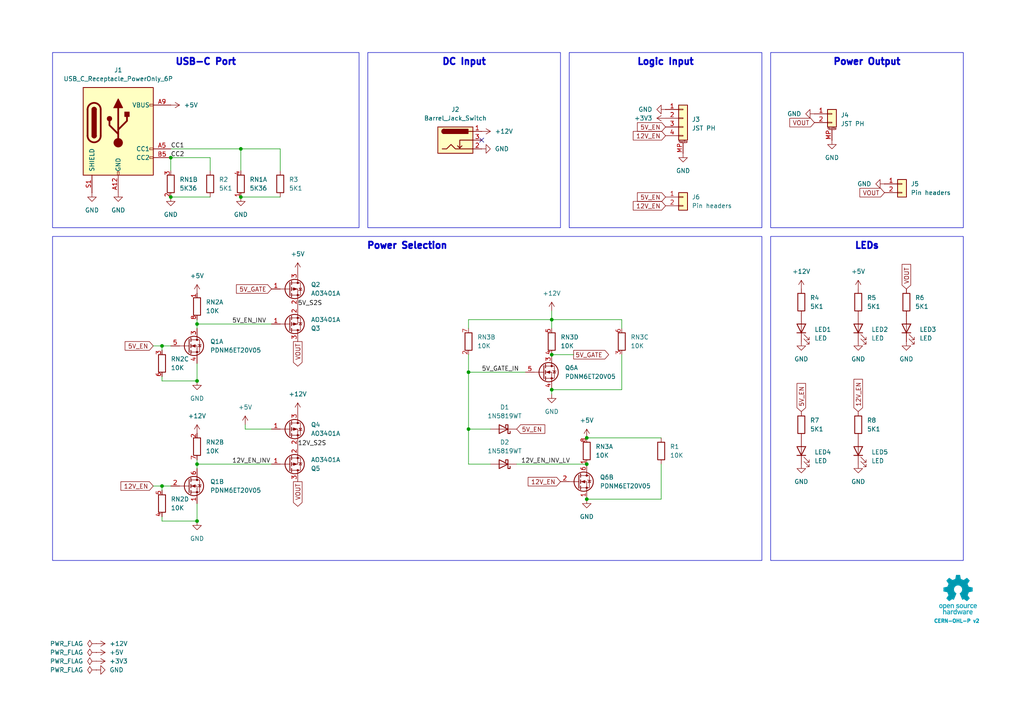
<source format=kicad_sch>
(kicad_sch (version 20231120) (generator "eeschema") (generator_version "8.0")
  (paper "A4")
  (lib_symbols
    (symbol "Connector:Barrel_Jack_Switch" (pin_names hide)
      (property "Reference" "J" (at 0 5.334 0))
      (property "Value" "Barrel_Jack_Switch" (at 0 -5.08 0))
      (symbol "Barrel_Jack_Switch_0_1"
        (rectangle (start -5.08 3.81) (end 5.08 -3.81) (stroke (width 0.254)) (fill (type background)))
        (arc (start -3.302 3.175) (mid -3.9343 2.54) (end -3.302 1.905) (stroke (width 0.254)))
        (arc (start -3.302 3.175) (mid -3.9343 2.54) (end -3.302 1.905) (stroke (width 0.254)) (fill (type outline)))
        (polyline (pts (xy 1.27 -2.286) (xy 1.905 -1.651)) (stroke (width 0.254)))
        (polyline (pts (xy 5.08 2.54) (xy 3.81 2.54)) (stroke (width 0.254)))
        (polyline (pts (xy 5.08 0) (xy 1.27 0) (xy 1.27 -2.286) (xy 0.635 -1.651)) (stroke (width 0.254)))
        (polyline (pts (xy -3.81 -2.54) (xy -2.54 -2.54) (xy -1.27 -1.27) (xy 0 -2.54) (xy 2.54 -2.54) (xy 5.08 -2.54)) (stroke (width 0.254)))
        (rectangle (start 3.683 3.175) (end -3.302 1.905) (stroke (width 0.254)) (fill (type outline)))
      )
      (symbol "Barrel_Jack_Switch_1_1"
        (pin passive line (at 7.62 2.54 180) (length 2.54) (name "~") (number "1"))
        (pin passive line (at 7.62 -2.54 180) (length 2.54) (name "~") (number "2"))
        (pin passive line (at 7.62 0 180) (length 2.54) (name "~") (number "3"))
      )
    )
    (symbol "Connector_Generic:Conn_01x02" (pin_names (offset 1.016) hide)
      (property "Reference" "J" (at 0 2.54 0))
      (property "Value" "Conn_01x02" (at 0 -5.08 0))
      (symbol "Conn_01x02_1_1"
        (rectangle (start -1.27 -2.413) (end 0 -2.667) (stroke (width 0.1524)))
        (rectangle (start -1.27 0.127) (end 0 -0.127) (stroke (width 0.1524)))
        (rectangle (start -1.27 1.27) (end 1.27 -3.81) (stroke (width 0.254)) (fill (type background)))
        (pin passive line (at -5.08 0 0) (length 3.81) (name "Pin_1") (number "1"))
        (pin passive line (at -5.08 -2.54 0) (length 3.81) (name "Pin_2") (number "2"))
      )
    )
    (symbol "Connector_Generic_MountingPin:Conn_01x02_MountingPin" (pin_names (offset 1.016) hide)
      (property "Reference" "J" (at 0 2.54 0))
      (property "Value" "Conn_01x02_MountingPin" (at 1.27 -5.08 0))
      (symbol "Conn_01x02_MountingPin_1_1"
        (rectangle (start -1.27 -2.413) (end 0 -2.667) (stroke (width 0.1524)))
        (rectangle (start -1.27 0.127) (end 0 -0.127) (stroke (width 0.1524)))
        (rectangle (start -1.27 1.27) (end 1.27 -3.81) (stroke (width 0.254)) (fill (type background)))
        (polyline (pts (xy -1.016 -4.572) (xy 1.016 -4.572)) (stroke (width 0.1524)))
        (text "Mounting" (at 0 -4.191 0) (effects (font (size 0.381 0.381))))
        (pin passive line (at -5.08 0 0) (length 3.81) (name "Pin_1") (number "1"))
        (pin passive line (at -5.08 -2.54 0) (length 3.81) (name "Pin_2") (number "2"))
        (pin passive line (at 0 -7.62 90) (length 3.048) (name "MountPin") (number "MP"))
      )
    )
    (symbol "Connector_Generic_MountingPin:Conn_01x04_MountingPin" (pin_names (offset 1.016) hide)
      (property "Reference" "J" (at 0 5.08 0))
      (property "Value" "Conn_01x04_MountingPin" (at 1.27 -7.62 0))
      (symbol "Conn_01x04_MountingPin_1_1"
        (rectangle (start -1.27 -4.953) (end 0 -5.207) (stroke (width 0.1524)))
        (rectangle (start -1.27 -2.413) (end 0 -2.667) (stroke (width 0.1524)))
        (rectangle (start -1.27 0.127) (end 0 -0.127) (stroke (width 0.1524)))
        (rectangle (start -1.27 2.667) (end 0 2.413) (stroke (width 0.1524)))
        (rectangle (start -1.27 3.81) (end 1.27 -6.35) (stroke (width 0.254)) (fill (type background)))
        (polyline (pts (xy -1.016 -7.112) (xy 1.016 -7.112)) (stroke (width 0.1524)))
        (text "Mounting" (at 0 -6.731 0) (effects (font (size 0.381 0.381))))
        (pin passive line (at -5.08 2.54 0) (length 3.81) (name "Pin_1") (number "1"))
        (pin passive line (at -5.08 0 0) (length 3.81) (name "Pin_2") (number "2"))
        (pin passive line (at -5.08 -2.54 0) (length 3.81) (name "Pin_3") (number "3"))
        (pin passive line (at -5.08 -5.08 0) (length 3.81) (name "Pin_4") (number "4"))
        (pin passive line (at 0 -10.16 90) (length 3.048) (name "MountPin") (number "MP"))
      )
    )
    (symbol "Device:LED" (pin_numbers hide) (pin_names (offset 1.016) hide)
      (property "Reference" "D" (at 0 2.54 0))
      (property "Value" "LED" (at 0 -2.54 0))
      (symbol "LED_0_1"
        (polyline (pts (xy -1.27 -1.27) (xy -1.27 1.27)) (stroke (width 0.254)))
        (polyline (pts (xy -1.27 0) (xy 1.27 0)))
        (polyline (pts (xy 1.27 -1.27) (xy 1.27 1.27) (xy -1.27 0) (xy 1.27 -1.27)) (stroke (width 0.254)))
        (polyline (pts (xy -3.048 -0.762) (xy -4.572 -2.286) (xy -3.81 -2.286) (xy -4.572 -2.286) (xy -4.572 -1.524)))
        (polyline (pts (xy -1.778 -0.762) (xy -3.302 -2.286) (xy -2.54 -2.286) (xy -3.302 -2.286) (xy -3.302 -1.524)))
      )
      (symbol "LED_1_1"
        (pin passive line (at -3.81 0 0) (length 2.54) (name "K") (number "1"))
        (pin passive line (at 3.81 0 180) (length 2.54) (name "A") (number "2"))
      )
    )
    (symbol "Device:R" (pin_numbers hide) (pin_names (offset 0))
      (property "Reference" "R" (at 2.032 0 90))
      (property "Value" "R" (at 0 0 90))
      (symbol "R_0_1"
        (rectangle (start -1.016 -2.54) (end 1.016 2.54) (stroke (width 0.254)))
      )
      (symbol "R_1_1"
        (pin passive line (at 0 3.81 270) (length 1.27) (name "~") (number "1"))
        (pin passive line (at 0 -3.81 90) (length 1.27) (name "~") (number "2"))
      )
    )
    (symbol "Device:R_Pack02_Split" (pin_names (offset 0) hide)
      (property "Reference" "RN" (at 2.032 0 90))
      (property "Value" "R_Pack02_Split" (at 0 0 90))
      (symbol "R_Pack02_Split_0_1"
        (rectangle (start 1.016 2.54) (end -1.016 -2.54) (stroke (width 0.254)))
      )
      (symbol "R_Pack02_Split_1_1"
        (pin passive line (at 0 -3.81 90) (length 1.27) (name "R1.1") (number "1"))
        (pin passive line (at 0 3.81 270) (length 1.27) (name "R1.2") (number "4"))
      )
      (symbol "R_Pack02_Split_2_1"
        (pin passive line (at 0 -3.81 90) (length 1.27) (name "R2.1") (number "2"))
        (pin passive line (at 0 3.81 270) (length 1.27) (name "R2.2") (number "3"))
      )
    )
    (symbol "Device:R_Pack04_Split" (pin_names (offset 0) hide)
      (property "Reference" "RN" (at 2.032 0 90))
      (property "Value" "R_Pack04_Split" (at 0 0 90))
      (symbol "R_Pack04_Split_0_1"
        (rectangle (start 1.016 2.54) (end -1.016 -2.54) (stroke (width 0.254)))
      )
      (symbol "R_Pack04_Split_1_1"
        (pin passive line (at 0 -3.81 90) (length 1.27) (name "R1.1") (number "1"))
        (pin passive line (at 0 3.81 270) (length 1.27) (name "R1.2") (number "8"))
      )
      (symbol "R_Pack04_Split_2_1"
        (pin passive line (at 0 -3.81 90) (length 1.27) (name "R2.1") (number "2"))
        (pin passive line (at 0 3.81 270) (length 1.27) (name "R2.2") (number "7"))
      )
      (symbol "R_Pack04_Split_3_1"
        (pin passive line (at 0 -3.81 90) (length 1.27) (name "R3.1") (number "3"))
        (pin passive line (at 0 3.81 270) (length 1.27) (name "R3.2") (number "6"))
      )
      (symbol "R_Pack04_Split_4_1"
        (pin passive line (at 0 -3.81 90) (length 1.27) (name "R4.1") (number "4"))
        (pin passive line (at 0 3.81 270) (length 1.27) (name "R4.2") (number "5"))
      )
    )
    (symbol "Transistor_FET:AO3401A" (pin_names hide)
      (property "Reference" "Q" (at 5.08 1.905 0))
      (property "Value" "AO3401A" (at 5.08 0 0))
      (symbol "AO3401A_0_1"
        (polyline (pts (xy 0.254 0) (xy -2.54 0)))
        (polyline (pts (xy 0.254 1.905) (xy 0.254 -1.905)) (stroke (width 0.254)))
        (polyline (pts (xy 0.762 -1.27) (xy 0.762 -2.286)) (stroke (width 0.254)))
        (polyline (pts (xy 0.762 0.508) (xy 0.762 -0.508)) (stroke (width 0.254)))
        (polyline (pts (xy 0.762 2.286) (xy 0.762 1.27)) (stroke (width 0.254)))
        (polyline (pts (xy 2.54 2.54) (xy 2.54 1.778)))
        (polyline (pts (xy 2.54 -2.54) (xy 2.54 0) (xy 0.762 0)))
        (polyline (pts (xy 0.762 1.778) (xy 3.302 1.778) (xy 3.302 -1.778) (xy 0.762 -1.778)))
        (polyline (pts (xy 2.286 0) (xy 1.27 0.381) (xy 1.27 -0.381) (xy 2.286 0)) (fill (type outline)))
        (polyline (pts (xy 2.794 -0.508) (xy 2.921 -0.381) (xy 3.683 -0.381) (xy 3.81 -0.254)))
        (polyline (pts (xy 3.302 -0.381) (xy 2.921 0.254) (xy 3.683 0.254) (xy 3.302 -0.381)))
        (circle (center 1.651 0) (radius 2.794) (stroke (width 0.254)))
        (circle (center 2.54 -1.778) (radius 0.254) (fill (type outline)))
        (circle (center 2.54 1.778) (radius 0.254) (fill (type outline)))
      )
      (symbol "AO3401A_1_1"
        (pin input line (at -5.08 0 0) (length 2.54) (name "G") (number "1"))
        (pin passive line (at 2.54 -5.08 90) (length 2.54) (name "S") (number "2"))
        (pin passive line (at 2.54 5.08 270) (length 2.54) (name "D") (number "3"))
      )
    )
    (symbol "connector:USB_C_Receptacle_PowerOnly_6P_DEALON_009" (pin_names (offset 1.016))
      (property "Reference" "J" (at 0 16.51 0))
      (property "Value" "USB_C_Receptacle_PowerOnly_6P" (at 0 13.97 0))
      (symbol "USB_C_Receptacle_PowerOnly_6P_DEALON_009_0_0"
        (rectangle (start -0.254 -12.7) (end 0.254 -11.684))
        (rectangle (start 10.16 -7.366) (end 9.144 -7.874))
        (rectangle (start 10.16 -4.826) (end 9.144 -5.334))
        (rectangle (start 10.16 7.874) (end 9.144 7.366))
      )
      (symbol "USB_C_Receptacle_PowerOnly_6P_DEALON_009_0_1"
        (rectangle (start -10.16 12.7) (end 10.16 -12.7) (stroke (width 0.254)) (fill (type background)))
        (arc (start -8.89 -1.27) (mid -6.985 -3.1667) (end -5.08 -1.27) (stroke (width 0.508)))
        (arc (start -7.62 -1.27) (mid -6.985 -1.9023) (end -6.35 -1.27) (stroke (width 0.254)))
        (arc (start -7.62 -1.27) (mid -6.985 -1.9023) (end -6.35 -1.27) (stroke (width 0.254)) (fill (type outline)))
        (rectangle (start -7.62 -1.27) (end -6.35 6.35) (stroke (width 0.254)) (fill (type outline)))
        (arc (start -6.35 6.35) (mid -6.985 6.9823) (end -7.62 6.35) (stroke (width 0.254)))
        (arc (start -6.35 6.35) (mid -6.985 6.9823) (end -7.62 6.35) (stroke (width 0.254)) (fill (type outline)))
        (arc (start -5.08 6.35) (mid -6.985 8.2467) (end -8.89 6.35) (stroke (width 0.508)))
        (circle (center -2.54 3.683) (radius 0.635) (stroke (width 0.254)) (fill (type outline)))
        (circle (center 0 -3.302) (radius 1.27) (fill (type outline)))
        (polyline (pts (xy -8.89 -1.27) (xy -8.89 6.35)) (stroke (width 0.508)))
        (polyline (pts (xy -5.08 6.35) (xy -5.08 -1.27)) (stroke (width 0.508)))
        (polyline (pts (xy 0 -3.302) (xy 0 6.858)) (stroke (width 0.508)))
        (polyline (pts (xy 0 -0.762) (xy -2.54 1.778) (xy -2.54 3.048)) (stroke (width 0.508)))
        (polyline (pts (xy 0 0.508) (xy 2.54 3.048) (xy 2.54 4.318)) (stroke (width 0.508)))
        (polyline (pts (xy -1.27 6.858) (xy 0 9.398) (xy 1.27 6.858) (xy -1.27 6.858)) (stroke (width 0.254)) (fill (type outline)))
        (rectangle (start 1.905 4.318) (end 3.175 5.588) (stroke (width 0.254)) (fill (type outline)))
      )
      (symbol "USB_C_Receptacle_PowerOnly_6P_DEALON_009_1_1"
        (pin passive line (at 0 -17.78 90) (length 5.08) (name "GND") (number "A12"))
        (pin bidirectional line (at 15.24 -5.08 180) (length 5.08) (name "CC1") (number "A5"))
        (pin passive line (at 15.24 7.62 180) (length 5.08) (name "VBUS") (number "A9"))
        (pin passive line (at 0 -17.78 90) (length 5.08) hide (name "GND") (number "B12"))
        (pin bidirectional line (at 15.24 -7.62 180) (length 5.08) (name "CC2") (number "B5"))
        (pin passive line (at 15.24 7.62 180) (length 5.08) hide (name "VBUS") (number "B9"))
        (pin passive line (at -7.62 -17.78 90) (length 5.08) (name "SHIELD") (number "S1"))
      )
    )
    (symbol "discrete:1N5819WT" (pin_numbers hide) (pin_names (offset 1.016) hide)
      (property "Reference" "D" (at 0 2.54 0))
      (property "Value" "1N5819WT" (at 0 -2.54 0))
      (symbol "1N5819WT_0_1"
        (polyline (pts (xy 1.27 0) (xy -1.27 0)))
        (polyline (pts (xy 1.27 1.27) (xy 1.27 -1.27) (xy -1.27 0) (xy 1.27 1.27)) (stroke (width 0.254)))
        (polyline (pts (xy -1.905 0.635) (xy -1.905 1.27) (xy -1.27 1.27) (xy -1.27 -1.27) (xy -0.635 -1.27) (xy -0.635 -0.635)) (stroke (width 0.254)))
      )
      (symbol "1N5819WT_1_1"
        (pin passive line (at -3.81 0 0) (length 2.54) (name "K") (number "1"))
        (pin passive line (at 3.81 0 180) (length 2.54) (name "A") (number "2"))
      )
    )
    (symbol "discrete:PDNM6ET20V05" (pin_names hide)
      (property "Reference" "Q" (at 5.08 1.905 0))
      (property "Value" "PDNM6ET20V05" (at 5.08 0 0))
      (symbol "PDNM6ET20V05_0_1"
        (polyline (pts (xy 0.254 0) (xy -2.54 0)))
        (polyline (pts (xy 0.254 1.905) (xy 0.254 -1.905)) (stroke (width 0.254)))
        (polyline (pts (xy 0.762 -1.27) (xy 0.762 -2.286)) (stroke (width 0.254)))
        (polyline (pts (xy 0.762 0.508) (xy 0.762 -0.508)) (stroke (width 0.254)))
        (polyline (pts (xy 0.762 2.286) (xy 0.762 1.27)) (stroke (width 0.254)))
        (polyline (pts (xy 2.54 2.54) (xy 2.54 1.778)))
        (polyline (pts (xy 2.54 -2.54) (xy 2.54 0) (xy 0.762 0)))
        (polyline (pts (xy 0.762 -1.778) (xy 3.302 -1.778) (xy 3.302 1.778) (xy 0.762 1.778)))
        (polyline (pts (xy 1.016 0) (xy 2.032 0.381) (xy 2.032 -0.381) (xy 1.016 0)) (fill (type outline)))
        (polyline (pts (xy 2.794 0.508) (xy 2.921 0.381) (xy 3.683 0.381) (xy 3.81 0.254)))
        (polyline (pts (xy 3.302 0.381) (xy 2.921 -0.254) (xy 3.683 -0.254) (xy 3.302 0.381)))
        (circle (center 1.651 0) (radius 2.794) (stroke (width 0.254)))
        (circle (center 2.54 -1.778) (radius 0.254) (fill (type outline)))
        (circle (center 2.54 1.778) (radius 0.254) (fill (type outline)))
      )
      (symbol "PDNM6ET20V05_1_1"
        (pin passive line (at 2.54 5.08 270) (length 2.54) (name "D") (number "3"))
        (pin passive line (at 2.54 -5.08 90) (length 2.54) (name "S") (number "4"))
        (pin input line (at -5.08 0 0) (length 2.54) (name "G") (number "5"))
      )
      (symbol "PDNM6ET20V05_2_1"
        (pin passive line (at 2.54 -5.08 90) (length 2.54) (name "S") (number "1"))
        (pin input line (at -5.08 0 0) (length 2.54) (name "G") (number "2"))
        (pin passive line (at 2.54 5.08 270) (length 2.54) (name "D") (number "6"))
      )
    )
    (symbol "power:GND" (power) (pin_numbers hide) (pin_names (offset 0) hide)
      (property "Value" "GND" (at 0 -3.81 0))
      (symbol "GND_0_1"
        (polyline (pts (xy 0 0) (xy 0 -1.27) (xy 1.27 -1.27) (xy 0 -2.54) (xy -1.27 -1.27) (xy 0 -1.27)))
      )
      (symbol "GND_1_1"
        (pin power_in line (at 0 0 270) (length 0) (name "~") (number "1"))
      )
    )
    (symbol "power:PWR_FLAG" (power) (pin_numbers hide) (pin_names (offset 0) hide)
      (property "Value" "PWR_FLAG" (at 0 3.81 0))
      (symbol "PWR_FLAG_0_0"
        (pin power_out line (at 0 0 90) (length 0) (name "~") (number "1"))
      )
      (symbol "PWR_FLAG_0_1"
        (polyline (pts (xy 0 0) (xy 0 1.27) (xy -1.016 1.905) (xy 0 2.54) (xy 1.016 1.905) (xy 0 1.27)))
      )
    )
    (symbol "power:VCC" (power) (pin_numbers hide) (pin_names (offset 0) hide)
      (property "Value" "VCC" (at 0 3.556 0))
      (symbol "VCC_0_1"
        (polyline (pts (xy -0.762 1.27) (xy 0 2.54)))
        (polyline (pts (xy 0 0) (xy 0 2.54)))
        (polyline (pts (xy 0 2.54) (xy 0.762 1.27)))
      )
      (symbol "VCC_1_1"
        (pin power_in line (at 0 0 90) (length 0) (name "~") (number "1"))
      )
    )
  )
  (junction (at 57.15 110.49))
  (junction (at 135.89 107.95))
  (junction (at 160.02 92.71))
  (junction (at 49.53 57.15))
  (junction (at 170.18 144.78))
  (junction (at 57.15 93.98))
  (junction (at 46.99 140.97))
  (junction (at 170.18 134.62))
  (junction (at 135.89 124.46))
  (junction (at 57.15 151.13))
  (junction (at 160.02 102.87))
  (junction (at 170.18 127))
  (junction (at 57.15 134.62))
  (junction (at 69.85 43.18))
  (junction (at 49.53 45.72))
  (junction (at 69.85 57.15))
  (junction (at 46.99 100.33))
  (junction (at 160.02 113.03))
  (no_connect (at 139.7 40.64))
  (wire (pts (xy 160.02 92.71) (xy 160.02 90.17)))
  (wire (pts (xy 71.12 124.46) (xy 78.74 124.46)))
  (wire (pts (xy 49.53 43.18) (xy 69.85 43.18)))
  (wire (pts (xy 46.99 149.86) (xy 46.99 151.13)))
  (wire (pts (xy 180.34 113.03) (xy 160.02 113.03)))
  (wire (pts (xy 160.02 92.71) (xy 180.34 92.71)))
  (wire (pts (xy 81.28 49.53) (xy 81.28 43.18)))
  (wire (pts (xy 46.99 109.22) (xy 46.99 110.49)))
  (wire (pts (xy 57.15 105.41) (xy 57.15 110.49)))
  (wire (pts (xy 71.12 123.19) (xy 71.12 124.46)))
  (wire (pts (xy 49.53 45.72) (xy 49.53 49.53)))
  (wire (pts (xy 160.02 113.03) (xy 160.02 114.3)))
  (wire (pts (xy 57.15 93.98) (xy 57.15 95.25)))
  (wire (pts (xy 57.15 92.71) (xy 57.15 93.98)))
  (wire (pts (xy 57.15 134.62) (xy 57.15 135.89)))
  (wire (pts (xy 46.99 151.13) (xy 57.15 151.13)))
  (wire (pts (xy 170.18 127) (xy 191.77 127)))
  (wire (pts (xy 191.77 144.78) (xy 170.18 144.78)))
  (wire (pts (xy 69.85 43.18) (xy 81.28 43.18)))
  (wire (pts (xy 69.85 43.18) (xy 69.85 49.53)))
  (wire (pts (xy 57.15 93.98) (xy 78.74 93.98)))
  (wire (pts (xy 57.15 146.05) (xy 57.15 151.13)))
  (wire (pts (xy 57.15 134.62) (xy 78.74 134.62)))
  (wire (pts (xy 160.02 102.87) (xy 166.37 102.87)))
  (wire (pts (xy 69.85 57.15) (xy 81.28 57.15)))
  (wire (pts (xy 60.96 45.72) (xy 49.53 45.72)))
  (wire (pts (xy 60.96 49.53) (xy 60.96 45.72)))
  (wire (pts (xy 46.99 142.24) (xy 46.99 140.97)))
  (wire (pts (xy 46.99 101.6) (xy 46.99 100.33)))
  (wire (pts (xy 46.99 140.97) (xy 49.53 140.97)))
  (wire (pts (xy 135.89 95.25) (xy 135.89 92.71)))
  (wire (pts (xy 135.89 124.46) (xy 135.89 134.62)))
  (wire (pts (xy 180.34 95.25) (xy 180.34 92.71)))
  (wire (pts (xy 180.34 102.87) (xy 180.34 113.03)))
  (wire (pts (xy 46.99 110.49) (xy 57.15 110.49)))
  (wire (pts (xy 46.99 100.33) (xy 49.53 100.33)))
  (wire (pts (xy 135.89 107.95) (xy 135.89 124.46)))
  (wire (pts (xy 149.86 134.62) (xy 170.18 134.62)))
  (wire (pts (xy 49.53 57.15) (xy 60.96 57.15)))
  (wire (pts (xy 135.89 102.87) (xy 135.89 107.95)))
  (wire (pts (xy 135.89 92.71) (xy 160.02 92.71)))
  (wire (pts (xy 135.89 124.46) (xy 142.24 124.46)))
  (wire (pts (xy 135.89 134.62) (xy 142.24 134.62)))
  (wire (pts (xy 191.77 134.62) (xy 191.77 144.78)))
  (wire (pts (xy 160.02 95.25) (xy 160.02 92.71)))
  (wire (pts (xy 44.45 100.33) (xy 46.99 100.33)))
  (wire (pts (xy 57.15 133.35) (xy 57.15 134.62)))
  (wire (pts (xy 44.45 140.97) (xy 46.99 140.97)))
  (wire (pts (xy 152.4 107.95) (xy 135.89 107.95)))
  (image (at 277.876 172.466) (scale 0.1691))
  (text_box "Logic Input" (at 165.1 15.24 0) (size 55.88 50.8) (effects (font (size 1.905 1.905) (thickness 0.508) (bold yes)) (justify top)))
  (text_box "DC Input" (at 106.68 15.24 0) (size 55.88 50.8) (effects (font (size 1.905 1.905) (thickness 0.508) (bold yes)) (justify top)))
  (text_box "Power Output" (at 223.52 15.24 0) (size 55.88 50.8) (effects (font (size 1.905 1.905) (thickness 0.508) (bold yes)) (justify top)))
  (text_box "USB-C Port" (at 15.24 15.24 0) (size 88.9 50.8) (effects (font (size 1.905 1.905) (thickness 0.508) (bold yes)) (justify top)))
  (text_box "Power Selection" (at 15.24 68.58 0) (size 205.74 93.98) (effects (font (size 1.905 1.905) (thickness 0.508) (bold yes)) (justify top)))
  (text_box "LEDs" (at 223.52 68.58 0) (size 55.88 93.98) (effects (font (size 1.905 1.905) (thickness 0.508) (bold yes)) (justify top)))
  (text "CERN-OHL-P v2" (at 277.495 180.34 0) (effects (font (size 1.016 1.016) (thickness 0.4) (bold yes))))
  (label "CC1" (at 49.53 43.18 0))
  (label "5V_S2S" (at 86.36 88.9 0))
  (label "12V_EN_INV" (at 67.31 134.62 0))
  (label "CC2" (at 49.53 45.72 0))
  (label "5V_GATE_IN" (at 139.7 107.95 0))
  (label "12V_EN_INV_LV" (at 151.13 134.62 0))
  (label "5V_EN_INV" (at 67.31 93.98 0))
  (label "12V_S2S" (at 86.36 129.54 0))
  (global_label "5V_EN" (shape input) (at 149.86 124.46 0) (property "Intersheetrefs" "${INTERSHEET_REFS}" (effects (hide yes))))
  (global_label "5V_EN" (shape input) (at 193.04 57.15 180) (property "Intersheetrefs" "${INTERSHEET_REFS}" (effects (hide yes))))
  (global_label "5V_EN" (shape input) (at 232.41 119.38 90) (property "Intersheetrefs" "${INTERSHEET_REFS}" (effects (hide yes))))
  (global_label "VOUT" (shape input) (at 262.89 83.82 90) (property "Intersheetrefs" "${INTERSHEET_REFS}" (effects (hide yes))))
  (global_label "12V_EN" (shape input) (at 44.45 140.97 180) (property "Intersheetrefs" "${INTERSHEET_REFS}" (effects (hide yes))))
  (global_label "12V_EN" (shape input) (at 248.92 119.38 90) (property "Intersheetrefs" "${INTERSHEET_REFS}" (effects (hide yes))))
  (global_label "5V_EN" (shape input) (at 193.04 36.83 180) (property "Intersheetrefs" "${INTERSHEET_REFS}" (effects (hide yes))))
  (global_label "VOUT" (shape input) (at 236.22 35.56 180) (property "Intersheetrefs" "${INTERSHEET_REFS}" (effects (hide yes))))
  (global_label "5V_GATE" (shape input) (at 78.74 83.82 180) (property "Intersheetrefs" "${INTERSHEET_REFS}" (effects (hide yes))))
  (global_label "12V_EN" (shape input) (at 162.56 139.7 180) (property "Intersheetrefs" "${INTERSHEET_REFS}" (effects (hide yes))))
  (global_label "5V_EN" (shape input) (at 44.45 100.33 180) (property "Intersheetrefs" "${INTERSHEET_REFS}" (effects (hide yes))))
  (global_label "VOUT" (shape output) (at 86.36 99.06 270) (property "Intersheetrefs" "${INTERSHEET_REFS}" (effects (hide yes))))
  (global_label "5V_GATE" (shape output) (at 166.37 102.87 0) (property "Intersheetrefs" "${INTERSHEET_REFS}" (effects (hide yes))))
  (global_label "VOUT" (shape output) (at 86.36 139.7 270) (property "Intersheetrefs" "${INTERSHEET_REFS}" (effects (hide yes))))
  (global_label "12V_EN" (shape input) (at 193.04 59.69 180) (property "Intersheetrefs" "${INTERSHEET_REFS}" (effects (hide yes))))
  (global_label "VOUT" (shape input) (at 256.54 55.88 180) (property "Intersheetrefs" "${INTERSHEET_REFS}" (effects (hide yes))))
  (global_label "12V_EN" (shape input) (at 193.04 39.37 180) (property "Intersheetrefs" "${INTERSHEET_REFS}" (effects (hide yes))))
  (symbol (lib_id "power:GND") (at 256.54 53.34 270) (unit 1)
    (property "Reference" "#PWR021" (effects (hide yes)))
    (property "Value" "GND" (at 252.73 53.3399 90) (effects (justify right)))
    (property "Description" "Power symbol creates a global label with name \"GND\" , ground" (effects (hide yes)))
  )
  (symbol (lib_id "Device:R") (at 232.41 123.19 0) (unit 1)
    (property "Reference" "R7" (at 234.95 121.9199 0) (effects (justify left)))
    (property "Value" "5K1" (at 234.95 124.4599 0) (effects (justify left)))
    (property "Footprint" "Resistor_SMD:R_0402_1005Metric" (effects (hide yes)))
    (property "Description" "Resistor" (effects (hide yes)))
  )
  (symbol (lib_id "power:GND") (at 248.92 99.06 0) (unit 1)
    (property "Reference" "#PWR032" (effects (hide yes)))
    (property "Value" "GND" (at 248.92 104.14 0))
    (property "Description" "Power symbol creates a global label with name \"GND\" , ground" (effects (hide yes)))
  )
  (symbol (lib_id "power:VCC") (at 71.12 123.19 0) (unit 1)
    (property "Reference" "#PWR012" (effects (hide yes)))
    (property "Value" "+5V" (at 71.12 118.11 0))
    (property "Description" "Power symbol creates a global label with name \"VCC\"" (effects (hide yes)))
  )
  (symbol (lib_id "discrete:PDNM6ET20V05") (at 54.61 100.33 0) (unit 1)
    (property "Reference" "Q1" (at 60.96 99.0599 0) (effects (justify left)))
    (property "Value" "PDNM6ET20V05" (at 60.96 101.5999 0) (effects (justify left)))
    (property "Footprint" "Package_TO_SOT_SMD:SOT-563" (effects (hide yes)))
    (property "Datasheet" "https://www.lcsc.com/datasheet/lcsc_datasheet_2410121242_Shanghai-Prisemi-Elec-PDNM6ET20V05_C918811.pdf" (effects (hide yes)))
    (property "Description" "500mA Id, 20V Vds, Dual N-Channel MOSFET, SOT-563" (effects (hide yes)))
    (property "LCSC Part" "C918811" (effects (hide yes)))
  )
  (symbol (lib_id "Device:R_Pack04_Split") (at 57.15 88.9 180) (unit 1)
    (property "Reference" "RN2" (at 59.69 87.6299 0) (effects (justify right)))
    (property "Value" "10K" (at 59.69 90.1699 0) (effects (justify right)))
    (property "Footprint" "discrete:R_Array_Convex_4x0402" (effects (hide yes)))
    (property "Description" "4 resistor network, parallel topology, split" (effects (hide yes)))
  )
  (symbol (lib_id "discrete:PDNM6ET20V05") (at 54.61 140.97 0) (unit 2)
    (property "Reference" "Q1" (at 60.96 139.6999 0) (effects (justify left)))
    (property "Value" "PDNM6ET20V05" (at 60.96 142.2399 0) (effects (justify left)))
    (property "Footprint" "Package_TO_SOT_SMD:SOT-563" (effects (hide yes)))
    (property "Datasheet" "https://www.lcsc.com/datasheet/lcsc_datasheet_2410121242_Shanghai-Prisemi-Elec-PDNM6ET20V05_C918811.pdf" (effects (hide yes)))
    (property "Description" "500mA Id, 20V Vds, Dual N-Channel MOSFET, SOT-563" (effects (hide yes)))
    (property "LCSC Part" "C918811" (effects (hide yes)))
  )
  (symbol (lib_id "discrete:1N5819WT") (at 146.05 124.46 180) (unit 1)
    (property "Reference" "D1" (at 146.3675 118.11 0))
    (property "Value" "1N5819WT" (at 146.3675 120.65 0))
    (property "Footprint" "package:D_SOD-523" (effects (hide yes)))
    (property "Datasheet" "https://www.lcsc.com/datasheet/lcsc_datasheet_2403011756_JSMSEMI-1N5819WT_C20754784.pdf" (effects (hide yes)))
    (property "Description" "40V 600mV@200mA 350mA SOD-523 Schottky Barrier Diodes, SOD-523" (effects (hide yes)))
    (property "LCSC Part" "C20754784" (effects (hide yes)))
  )
  (symbol (lib_id "power:GND") (at 236.22 33.02 270) (unit 1)
    (property "Reference" "#PWR019" (effects (hide yes)))
    (property "Value" "GND" (at 232.41 33.0199 90) (effects (justify right)))
    (property "Description" "Power symbol creates a global label with name \"GND\" , ground" (effects (hide yes)))
  )
  (symbol (lib_id "power:VCC") (at 170.18 127 0) (unit 1)
    (property "Reference" "#PWR026" (effects (hide yes)))
    (property "Value" "+5V" (at 170.18 121.92 0))
    (property "Description" "Power symbol creates a global label with name \"VCC\"" (effects (hide yes)))
  )
  (symbol (lib_id "Connector:Barrel_Jack_Switch") (at 132.08 40.64 0) (unit 1)
    (property "Reference" "J2" (at 132.08 31.75 0))
    (property "Value" "Barrel_Jack_Switch" (at 132.08 34.29 0))
    (property "Footprint" "connector:BarrelJack_DC-050_SMT_Horizontal" (effects (hide yes)))
    (property "Description" "DC Barrel Jack with an internal switch" (effects (hide yes)))
  )
  (symbol (lib_id "Device:R") (at 232.41 87.63 0) (unit 1)
    (property "Reference" "R4" (at 234.95 86.3599 0) (effects (justify left)))
    (property "Value" "5K1" (at 234.95 88.8999 0) (effects (justify left)))
    (property "Footprint" "Resistor_SMD:R_0603_1608Metric" (effects (hide yes)))
    (property "Description" "Resistor" (effects (hide yes)))
  )
  (symbol (lib_id "power:GND") (at 262.89 99.06 0) (unit 1)
    (property "Reference" "#PWR034" (effects (hide yes)))
    (property "Value" "GND" (at 262.89 104.14 0))
    (property "Description" "Power symbol creates a global label with name \"GND\" , ground" (effects (hide yes)))
  )
  (symbol (lib_id "Device:LED") (at 248.92 130.81 90) (unit 1)
    (property "Reference" "LED5" (at 252.73 131.1274 90) (effects (justify right)))
    (property "Value" "LED" (at 252.73 133.6674 90) (effects (justify right)))
    (property "Footprint" "discrete:LED_0603_1608Metric" (effects (hide yes)))
    (property "Description" "Light emitting diode" (effects (hide yes)))
  )
  (symbol (lib_id "power:VCC") (at 193.04 34.29 90) (unit 1)
    (property "Reference" "#PWR017" (effects (hide yes)))
    (property "Value" "+3V3" (at 189.23 34.2899 90) (effects (justify left)))
    (property "Description" "Power symbol creates a global label with name \"VCC\"" (effects (hide yes)))
  )
  (symbol (lib_id "Device:R") (at 248.92 123.19 0) (unit 1)
    (property "Reference" "R8" (at 251.46 121.9199 0) (effects (justify left)))
    (property "Value" "5K1" (at 251.46 124.4599 0) (effects (justify left)))
    (property "Footprint" "Resistor_SMD:R_0402_1005Metric" (effects (hide yes)))
    (property "Description" "Resistor" (effects (hide yes)))
  )
  (symbol (lib_id "Device:LED") (at 248.92 95.25 90) (unit 1)
    (property "Reference" "LED2" (at 252.73 95.5674 90) (effects (justify right)))
    (property "Value" "LED" (at 252.73 98.1074 90) (effects (justify right)))
    (property "Footprint" "discrete:LED_0603_1608Metric" (effects (hide yes)))
    (property "Description" "Light emitting diode" (effects (hide yes)))
  )
  (symbol (lib_id "power:VCC") (at 27.94 186.69 270) (unit 1)
    (property "Reference" "#PWR024" (effects (hide yes)))
    (property "Value" "+12V" (at 31.75 186.6899 90) (effects (justify left)))
    (property "Description" "Power symbol creates a global label with name \"VCC\"" (effects (hide yes)))
  )
  (symbol (lib_id "Device:LED") (at 262.89 95.25 90) (unit 1)
    (property "Reference" "LED3" (at 266.7 95.5674 90) (effects (justify right)))
    (property "Value" "LED" (at 266.7 98.1074 90) (effects (justify right)))
    (property "Footprint" "discrete:LED_0603_1608Metric" (effects (hide yes)))
    (property "Description" "Light emitting diode" (effects (hide yes)))
  )
  (symbol (lib_id "Connector_Generic:Conn_01x02") (at 198.12 57.15 0) (unit 1)
    (property "Reference" "J6" (at 200.66 57.1499 0) (effects (justify left)))
    (property "Value" "Pin headers" (at 200.66 59.6899 0) (effects (justify left)))
    (property "Footprint" "custom:PinHeader_1x02_P2.54mm_Vertical_simple" (effects (hide yes)))
    (property "Description" "Generic connector, single row, 01x02, script generated (kicad-library-utils/schlib/autogen/connector/)" (effects (hide yes)))
  )
  (symbol (lib_id "discrete:PDNM6ET20V05") (at 157.48 107.95 0) (unit 1)
    (property "Reference" "Q6" (at 163.83 106.6799 0) (effects (justify left)))
    (property "Value" "PDNM6ET20V05" (at 163.83 109.2199 0) (effects (justify left)))
    (property "Footprint" "Package_TO_SOT_SMD:SOT-563" (effects (hide yes)))
    (property "Datasheet" "https://www.lcsc.com/datasheet/lcsc_datasheet_2410121242_Shanghai-Prisemi-Elec-PDNM6ET20V05_C918811.pdf" (effects (hide yes)))
    (property "Description" "500mA Id, 20V Vds, Dual N-Channel MOSFET, SOT-563" (effects (hide yes)))
    (property "LCSC Part" "C918811" (effects (hide yes)))
  )
  (symbol (lib_id "power:VCC") (at 86.36 119.38 0) (unit 1)
    (property "Reference" "#PWR015" (effects (hide yes)))
    (property "Value" "+12V" (at 86.36 114.3 0))
    (property "Description" "Power symbol creates a global label with name \"VCC\"" (effects (hide yes)))
  )
  (symbol (lib_id "Device:R") (at 248.92 87.63 0) (unit 1)
    (property "Reference" "R5" (at 251.46 86.3599 0) (effects (justify left)))
    (property "Value" "5K1" (at 251.46 88.8999 0) (effects (justify left)))
    (property "Footprint" "Resistor_SMD:R_0603_1608Metric" (effects (hide yes)))
    (property "Description" "Resistor" (effects (hide yes)))
  )
  (symbol (lib_id "power:VCC") (at 139.7 38.1 270) (unit 1)
    (property "Reference" "#PWR025" (effects (hide yes)))
    (property "Value" "+12V" (at 143.51 38.0999 90) (effects (justify left)))
    (property "Description" "Power symbol creates a global label with name \"VCC\"" (effects (hide yes)))
  )
  (symbol (lib_id "Device:R") (at 191.77 130.81 0) (unit 1)
    (property "Reference" "R1" (at 194.31 129.5399 0) (effects (justify left)))
    (property "Value" "10K" (at 194.31 132.0799 0) (effects (justify left)))
    (property "Footprint" "Resistor_SMD:R_0402_1005Metric" (effects (hide yes)))
    (property "Description" "Resistor" (effects (hide yes)))
  )
  (symbol (lib_id "Device:LED") (at 232.41 130.81 90) (unit 1)
    (property "Reference" "LED4" (at 236.22 131.1274 90) (effects (justify right)))
    (property "Value" "LED" (at 236.22 133.6674 90) (effects (justify right)))
    (property "Footprint" "discrete:LED_0603_1608Metric" (effects (hide yes)))
    (property "Description" "Light emitting diode" (effects (hide yes)))
  )
  (symbol (lib_id "power:GND") (at 57.15 110.49 0) (unit 1)
    (property "Reference" "#PWR06" (effects (hide yes)))
    (property "Value" "GND" (at 57.15 115.57 0))
    (property "Description" "Power symbol creates a global label with name \"GND\" , ground" (effects (hide yes)))
  )
  (symbol (lib_id "power:GND") (at 248.92 134.62 0) (unit 1)
    (property "Reference" "#PWR033" (effects (hide yes)))
    (property "Value" "GND" (at 248.92 139.7 0))
    (property "Description" "Power symbol creates a global label with name \"GND\" , ground" (effects (hide yes)))
  )
  (symbol (lib_id "power:GND") (at 27.94 194.31 90) (unit 1)
    (property "Reference" "#PWR02" (effects (hide yes)))
    (property "Value" "GND" (at 31.75 194.3099 90) (effects (justify right)))
    (property "Description" "Power symbol creates a global label with name \"GND\" , ground" (effects (hide yes)))
  )
  (symbol (lib_id "power:VCC") (at 232.41 83.82 0) (unit 1)
    (property "Reference" "#PWR029" (effects (hide yes)))
    (property "Value" "+12V" (at 232.41 78.74 0))
    (property "Description" "Power symbol creates a global label with name \"VCC\"" (effects (hide yes)))
  )
  (symbol (lib_id "Device:R_Pack04_Split") (at 135.89 99.06 0) (unit 2)
    (property "Reference" "RN3" (at 138.43 97.7899 0) (effects (justify left)))
    (property "Value" "10K" (at 138.43 100.3299 0) (effects (justify left)))
    (property "Footprint" "discrete:R_Array_Convex_4x0402" (effects (hide yes)))
    (property "Description" "4 resistor network, parallel topology, split" (effects (hide yes)))
  )
  (symbol (lib_id "power:VCC") (at 160.02 90.17 0) (unit 1)
    (property "Reference" "#PWR011" (effects (hide yes)))
    (property "Value" "+12V" (at 160.02 85.09 0))
    (property "Description" "Power symbol creates a global label with name \"VCC\"" (effects (hide yes)))
  )
  (symbol (lib_id "Device:R_Pack04_Split") (at 170.18 130.81 0) (unit 1)
    (property "Reference" "RN3" (at 172.72 129.5399 0) (effects (justify left)))
    (property "Value" "10K" (at 172.72 132.0799 0) (effects (justify left)))
    (property "Footprint" "discrete:R_Array_Convex_4x0402" (effects (hide yes)))
    (property "Description" "4 resistor network, parallel topology, split" (effects (hide yes)))
  )
  (symbol (lib_id "power:VCC") (at 27.94 191.77 270) (unit 1)
    (property "Reference" "#PWR03" (effects (hide yes)))
    (property "Value" "+3V3" (at 31.75 191.7699 90) (effects (justify left)))
    (property "Description" "Power symbol creates a global label with name \"VCC\"" (effects (hide yes)))
  )
  (symbol (lib_id "Device:R") (at 262.89 87.63 0) (unit 1)
    (property "Reference" "R6" (at 265.43 86.3599 0) (effects (justify left)))
    (property "Value" "5K1" (at 265.43 88.8999 0) (effects (justify left)))
    (property "Footprint" "Resistor_SMD:R_0603_1608Metric" (effects (hide yes)))
    (property "Description" "Resistor" (effects (hide yes)))
  )
  (symbol (lib_id "Device:R_Pack04_Split") (at 57.15 129.54 180) (unit 2)
    (property "Reference" "RN2" (at 59.69 128.2699 0) (effects (justify right)))
    (property "Value" "10K" (at 59.69 130.8099 0) (effects (justify right)))
    (property "Footprint" "discrete:R_Array_Convex_4x0402" (effects (hide yes)))
    (property "Description" "4 resistor network, parallel topology, split" (effects (hide yes)))
  )
  (symbol (lib_id "power:VCC") (at 86.36 78.74 0) (unit 1)
    (property "Reference" "#PWR013" (effects (hide yes)))
    (property "Value" "+5V" (at 86.36 73.66 0))
    (property "Description" "Power symbol creates a global label with name \"VCC\"" (effects (hide yes)))
  )
  (symbol (lib_id "Device:R_Pack02_Split") (at 49.53 53.34 0) (unit 2)
    (property "Reference" "RN1" (at 52.07 52.0699 0) (effects (justify left)))
    (property "Value" "5K36" (at 52.07 54.6099 0) (effects (justify left)))
    (property "Footprint" "Resistor_SMD:R_Array_Convex_2x0402" (effects (hide yes)))
    (property "Description" "2 resistor network, parallel topology, split" (effects (hide yes)))
  )
  (symbol (lib_id "power:GND") (at 170.18 144.78 0) (unit 1)
    (property "Reference" "#PWR027" (effects (hide yes)))
    (property "Value" "GND" (at 170.18 149.86 0))
    (property "Description" "Power symbol creates a global label with name \"GND\" , ground" (effects (hide yes)))
  )
  (symbol (lib_id "discrete:1N5819WT") (at 146.05 134.62 180) (unit 1)
    (property "Reference" "D2" (at 146.3675 128.27 0))
    (property "Value" "1N5819WT" (at 146.3675 130.81 0))
    (property "Footprint" "package:D_SOD-523" (effects (hide yes)))
    (property "Datasheet" "https://www.lcsc.com/datasheet/lcsc_datasheet_2403011756_JSMSEMI-1N5819WT_C20754784.pdf" (effects (hide yes)))
    (property "Description" "40V 600mV@200mA 350mA SOD-523 Schottky Barrier Diodes, SOD-523" (effects (hide yes)))
    (property "LCSC Part" "C20754784" (effects (hide yes)))
  )
  (symbol (lib_id "Transistor_FET:AO3401A") (at 83.82 93.98 0) (mirror x) (unit 1)
    (property "Reference" "Q3" (at 90.17 95.2501 0) (effects (justify left)))
    (property "Value" "AO3401A" (at 90.17 92.7101 0) (effects (justify left)))
    (property "Footprint" "Package_TO_SOT_SMD:SOT-23" (effects (hide yes)))
    (property "Datasheet" "http://www.aosmd.com/pdfs/datasheet/AO3401A.pdf" (effects (hide yes)))
    (property "Description" "-4.0A Id, -30V Vds, P-Channel MOSFET, SOT-23" (effects (hide yes)))
  )
  (symbol (lib_id "power:PWR_FLAG") (at 27.94 191.77 90) (unit 1)
    (property "Reference" "#FLG03" (effects (hide yes)))
    (property "Value" "PWR_FLAG" (at 24.13 191.7699 90) (effects (justify left)))
    (property "Description" "Special symbol for telling ERC where power comes from" (effects (hide yes)))
  )
  (symbol (lib_id "power:GND") (at 34.29 55.88 0) (unit 1)
    (property "Reference" "#PWR05" (effects (hide yes)))
    (property "Value" "GND" (at 34.29 60.96 0))
    (property "Description" "Power symbol creates a global label with name \"GND\" , ground" (effects (hide yes)))
  )
  (symbol (lib_id "connector:USB_C_Receptacle_PowerOnly_6P_DEALON_009") (at 34.29 38.1 0) (unit 1)
    (property "Reference" "J1" (at 34.29 20.32 0))
    (property "Value" "USB_C_Receptacle_PowerOnly_6P" (at 34.29 22.86 0))
    (property "Footprint" "connector:USB_C_Receptacle_GCT_USB4125-xx-x_6P_TopMnt_Horizontal_HandSolder" (effects (hide yes)))
    (property "Datasheet" "https://www.lcsc.com/datasheet/lcsc_datasheet_2410010031_DEALON-USB-TYPE-C-009_C2927029.pdf" (effects (hide yes)))
    (property "Description" "USB Power-Only 6P Type-C Receptacle connector, 5 amps" (effects (hide yes)))
    (property "LCSC Part" "C2927029" (effects (hide yes)))
  )
  (symbol (lib_id "power:GND") (at 69.85 57.15 0) (unit 1)
    (property "Reference" "#PWR08" (effects (hide yes)))
    (property "Value" "GND" (at 69.85 62.23 0))
    (property "Description" "Power symbol creates a global label with name \"GND\" , ground" (effects (hide yes)))
  )
  (symbol (lib_id "power:VCC") (at 57.15 85.09 0) (unit 1)
    (property "Reference" "#PWR01" (effects (hide yes)))
    (property "Value" "+5V" (at 57.15 80.01 0))
    (property "Description" "Power symbol creates a global label with name \"VCC\"" (effects (hide yes)))
  )
  (symbol (lib_id "power:VCC") (at 49.53 30.48 270) (unit 1)
    (property "Reference" "#PWR014" (effects (hide yes)))
    (property "Value" "+5V" (at 53.34 30.4799 90) (effects (justify left)))
    (property "Description" "Power symbol creates a global label with name \"VCC\"" (effects (hide yes)))
  )
  (symbol (lib_id "power:GND") (at 241.3 40.64 0) (unit 1)
    (property "Reference" "#PWR020" (effects (hide yes)))
    (property "Value" "GND" (at 241.3 45.72 0))
    (property "Description" "Power symbol creates a global label with name \"GND\" , ground" (effects (hide yes)))
  )
  (symbol (lib_id "power:GND") (at 49.53 57.15 0) (unit 1)
    (property "Reference" "#PWR010" (effects (hide yes)))
    (property "Value" "GND" (at 49.53 62.23 0))
    (property "Description" "Power symbol creates a global label with name \"GND\" , ground" (effects (hide yes)))
  )
  (symbol (lib_id "power:VCC") (at 27.94 189.23 270) (unit 1)
    (property "Reference" "#PWR023" (effects (hide yes)))
    (property "Value" "+5V" (at 31.75 189.2299 90) (effects (justify left)))
    (property "Description" "Power symbol creates a global label with name \"VCC\"" (effects (hide yes)))
  )
  (symbol (lib_id "Device:R_Pack04_Split") (at 46.99 105.41 180) (unit 3)
    (property "Reference" "RN2" (at 49.53 104.1399 0) (effects (justify right)))
    (property "Value" "10K" (at 49.53 106.6799 0) (effects (justify right)))
    (property "Footprint" "discrete:R_Array_Convex_4x0402" (effects (hide yes)))
    (property "Description" "4 resistor network, parallel topology, split" (effects (hide yes)))
  )
  (symbol (lib_id "Device:R_Pack04_Split") (at 160.02 99.06 0) (unit 4)
    (property "Reference" "RN3" (at 162.56 97.7899 0) (effects (justify left)))
    (property "Value" "10K" (at 162.56 100.3299 0) (effects (justify left)))
    (property "Footprint" "discrete:R_Array_Convex_4x0402" (effects (hide yes)))
    (property "Description" "4 resistor network, parallel topology, split" (effects (hide yes)))
  )
  (symbol (lib_id "Device:R_Pack04_Split") (at 46.99 146.05 0) (unit 4)
    (property "Reference" "RN2" (at 49.53 144.7799 0) (effects (justify left)))
    (property "Value" "10K" (at 49.53 147.3199 0) (effects (justify left)))
    (property "Footprint" "discrete:R_Array_Convex_4x0402" (effects (hide yes)))
    (property "Description" "4 resistor network, parallel topology, split" (effects (hide yes)))
  )
  (symbol (lib_id "power:GND") (at 26.67 55.88 0) (unit 1)
    (property "Reference" "#PWR04" (effects (hide yes)))
    (property "Value" "GND" (at 26.67 60.96 0))
    (property "Description" "Power symbol creates a global label with name \"GND\" , ground" (effects (hide yes)))
  )
  (symbol (lib_id "Connector_Generic_MountingPin:Conn_01x02_MountingPin") (at 241.3 33.02 0) (unit 1)
    (property "Reference" "J4" (at 243.84 33.3755 0) (effects (justify left)))
    (property "Value" "JST PH" (at 243.84 35.9155 0) (effects (justify left)))
    (property "Footprint" "connector:JST_PH_S2B-PH-SM4-TB_1x02-1MP_P2.00mm_Horizontal" (effects (hide yes)))
    (property "Description" "Generic connectable mounting pin connector, single row, 01x02, script generated (kicad-library-utils/schlib/autogen/connector/)" (effects (hide yes)))
  )
  (symbol (lib_id "Device:R_Pack04_Split") (at 180.34 99.06 0) (unit 3)
    (property "Reference" "RN3" (at 182.88 97.7899 0) (effects (justify left)))
    (property "Value" "10K" (at 182.88 100.3299 0) (effects (justify left)))
    (property "Footprint" "discrete:R_Array_Convex_4x0402" (effects (hide yes)))
    (property "Description" "4 resistor network, parallel topology, split" (effects (hide yes)))
  )
  (symbol (lib_id "power:GND") (at 160.02 114.3 0) (unit 1)
    (property "Reference" "#PWR028" (effects (hide yes)))
    (property "Value" "GND" (at 160.02 119.38 0))
    (property "Description" "Power symbol creates a global label with name \"GND\" , ground" (effects (hide yes)))
  )
  (symbol (lib_id "power:GND") (at 57.15 151.13 0) (unit 1)
    (property "Reference" "#PWR09" (effects (hide yes)))
    (property "Value" "GND" (at 57.15 156.21 0))
    (property "Description" "Power symbol creates a global label with name \"GND\" , ground" (effects (hide yes)))
  )
  (symbol (lib_id "Connector_Generic_MountingPin:Conn_01x04_MountingPin") (at 198.12 34.29 0) (unit 1)
    (property "Reference" "J3" (at 200.66 34.6455 0) (effects (justify left)))
    (property "Value" "JST PH" (at 200.66 37.1855 0) (effects (justify left)))
    (property "Footprint" "connector:JST_PH_S4B-PH-SM4-TB_1x04-1MP_P2.00mm_Horizontal" (effects (hide yes)))
    (property "Description" "Generic connectable mounting pin connector, single row, 01x04, script generated (kicad-library-utils/schlib/autogen/connector/)" (effects (hide yes)))
  )
  (symbol (lib_id "Connector_Generic:Conn_01x02") (at 261.62 53.34 0) (unit 1)
    (property "Reference" "J5" (at 264.16 53.3399 0) (effects (justify left)))
    (property "Value" "Pin headers" (at 264.16 55.8799 0) (effects (justify left)))
    (property "Footprint" "custom:PinHeader_1x02_P2.54mm_Vertical_simple" (effects (hide yes)))
    (property "Description" "Generic connector, single row, 01x02, script generated (kicad-library-utils/schlib/autogen/connector/)" (effects (hide yes)))
  )
  (symbol (lib_id "power:PWR_FLAG") (at 27.94 194.31 90) (unit 1)
    (property "Reference" "#FLG02" (effects (hide yes)))
    (property "Value" "PWR_FLAG" (at 24.13 194.3099 90) (effects (justify left)))
    (property "Description" "Special symbol for telling ERC where power comes from" (effects (hide yes)))
  )
  (symbol (lib_id "power:GND") (at 193.04 31.75 270) (unit 1)
    (property "Reference" "#PWR016" (effects (hide yes)))
    (property "Value" "GND" (at 189.23 31.7499 90) (effects (justify right)))
    (property "Description" "Power symbol creates a global label with name \"GND\" , ground" (effects (hide yes)))
  )
  (symbol (lib_id "power:GND") (at 232.41 99.06 0) (unit 1)
    (property "Reference" "#PWR030" (effects (hide yes)))
    (property "Value" "GND" (at 232.41 104.14 0))
    (property "Description" "Power symbol creates a global label with name \"GND\" , ground" (effects (hide yes)))
  )
  (symbol (lib_id "Transistor_FET:AO3401A") (at 83.82 134.62 0) (mirror x) (unit 1)
    (property "Reference" "Q5" (at 90.17 135.8901 0) (effects (justify left)))
    (property "Value" "AO3401A" (at 90.17 133.3501 0) (effects (justify left)))
    (property "Footprint" "Package_TO_SOT_SMD:SOT-23" (effects (hide yes)))
    (property "Datasheet" "http://www.aosmd.com/pdfs/datasheet/AO3401A.pdf" (effects (hide yes)))
    (property "Description" "-4.0A Id, -30V Vds, P-Channel MOSFET, SOT-23" (effects (hide yes)))
  )
  (symbol (lib_id "Transistor_FET:AO3401A") (at 83.82 83.82 0) (unit 1)
    (property "Reference" "Q2" (at 90.17 82.5499 0) (effects (justify left)))
    (property "Value" "AO3401A" (at 90.17 85.0899 0) (effects (justify left)))
    (property "Footprint" "Package_TO_SOT_SMD:SOT-23" (effects (hide yes)))
    (property "Datasheet" "http://www.aosmd.com/pdfs/datasheet/AO3401A.pdf" (effects (hide yes)))
    (property "Description" "-4.0A Id, -30V Vds, P-Channel MOSFET, SOT-23" (effects (hide yes)))
  )
  (symbol (lib_id "power:VCC") (at 248.92 83.82 0) (unit 1)
    (property "Reference" "#PWR031" (effects (hide yes)))
    (property "Value" "+5V" (at 248.92 78.74 0))
    (property "Description" "Power symbol creates a global label with name \"VCC\"" (effects (hide yes)))
  )
  (symbol (lib_id "Device:R") (at 81.28 53.34 0) (unit 1)
    (property "Reference" "R3" (at 83.82 52.0699 0) (effects (justify left)))
    (property "Value" "5K1" (at 83.82 54.6099 0) (effects (justify left)))
    (property "Footprint" "Resistor_SMD:R_0603_1608Metric" (effects (hide yes)))
    (property "Description" "Resistor" (effects (hide yes)))
  )
  (symbol (lib_id "power:GND") (at 232.41 134.62 0) (unit 1)
    (property "Reference" "#PWR035" (effects (hide yes)))
    (property "Value" "GND" (at 232.41 139.7 0))
    (property "Description" "Power symbol creates a global label with name \"GND\" , ground" (effects (hide yes)))
  )
  (symbol (lib_id "power:VCC") (at 57.15 125.73 0) (unit 1)
    (property "Reference" "#PWR07" (effects (hide yes)))
    (property "Value" "+12V" (at 57.15 120.65 0))
    (property "Description" "Power symbol creates a global label with name \"VCC\"" (effects (hide yes)))
  )
  (symbol (lib_id "Device:R_Pack02_Split") (at 69.85 53.34 0) (unit 1)
    (property "Reference" "RN1" (at 72.39 52.0699 0) (effects (justify left)))
    (property "Value" "5K36" (at 72.39 54.6099 0) (effects (justify left)))
    (property "Footprint" "Resistor_SMD:R_Array_Convex_2x0402" (effects (hide yes)))
    (property "Description" "2 resistor network, parallel topology, split" (effects (hide yes)))
  )
  (symbol (lib_id "Transistor_FET:AO3401A") (at 83.82 124.46 0) (unit 1)
    (property "Reference" "Q4" (at 90.17 123.1899 0) (effects (justify left)))
    (property "Value" "AO3401A" (at 90.17 125.7299 0) (effects (justify left)))
    (property "Footprint" "Package_TO_SOT_SMD:SOT-23" (effects (hide yes)))
    (property "Datasheet" "http://www.aosmd.com/pdfs/datasheet/AO3401A.pdf" (effects (hide yes)))
    (property "Description" "-4.0A Id, -30V Vds, P-Channel MOSFET, SOT-23" (effects (hide yes)))
  )
  (symbol (lib_id "Device:R") (at 60.96 53.34 0) (unit 1)
    (property "Reference" "R2" (at 63.5 52.0699 0) (effects (justify left)))
    (property "Value" "5K1" (at 63.5 54.6099 0) (effects (justify left)))
    (property "Footprint" "Resistor_SMD:R_0603_1608Metric" (effects (hide yes)))
    (property "Description" "Resistor" (effects (hide yes)))
  )
  (symbol (lib_id "power:GND") (at 198.12 44.45 0) (unit 1)
    (property "Reference" "#PWR018" (effects (hide yes)))
    (property "Value" "GND" (at 198.12 49.53 0))
    (property "Description" "Power symbol creates a global label with name \"GND\" , ground" (effects (hide yes)))
  )
  (symbol (lib_id "power:GND") (at 139.7 43.18 90) (unit 1)
    (property "Reference" "#PWR022" (effects (hide yes)))
    (property "Value" "GND" (at 143.51 43.1799 90) (effects (justify right)))
    (property "Description" "Power symbol creates a global label with name \"GND\" , ground" (effects (hide yes)))
  )
  (symbol (lib_id "Device:LED") (at 232.41 95.25 90) (unit 1)
    (property "Reference" "LED1" (at 236.22 95.5674 90) (effects (justify right)))
    (property "Value" "LED" (at 236.22 98.1074 90) (effects (justify right)))
    (property "Footprint" "discrete:LED_0603_1608Metric" (effects (hide yes)))
    (property "Description" "Light emitting diode" (effects (hide yes)))
  )
  (symbol (lib_id "power:PWR_FLAG") (at 27.94 186.69 90) (unit 1)
    (property "Reference" "#FLG04" (effects (hide yes)))
    (property "Value" "PWR_FLAG" (at 24.13 186.6899 90) (effects (justify left)))
    (property "Description" "Special symbol for telling ERC where power comes from" (effects (hide yes)))
  )
  (symbol (lib_id "power:PWR_FLAG") (at 27.94 189.23 90) (unit 1)
    (property "Reference" "#FLG01" (effects (hide yes)))
    (property "Value" "PWR_FLAG" (at 24.13 189.2299 90) (effects (justify left)))
    (property "Description" "Special symbol for telling ERC where power comes from" (effects (hide yes)))
  )
  (symbol (lib_id "discrete:PDNM6ET20V05") (at 167.64 139.7 0) (unit 2)
    (property "Reference" "Q6" (at 173.99 138.4299 0) (effects (justify left)))
    (property "Value" "PDNM6ET20V05" (at 173.99 140.9699 0) (effects (justify left)))
    (property "Footprint" "Package_TO_SOT_SMD:SOT-563" (effects (hide yes)))
    (property "Datasheet" "https://www.lcsc.com/datasheet/lcsc_datasheet_2410121242_Shanghai-Prisemi-Elec-PDNM6ET20V05_C918811.pdf" (effects (hide yes)))
    (property "Description" "500mA Id, 20V Vds, Dual N-Channel MOSFET, SOT-563" (effects (hide yes)))
    (property "LCSC Part" "C918811" (effects (hide yes)))
  )
)
</source>
